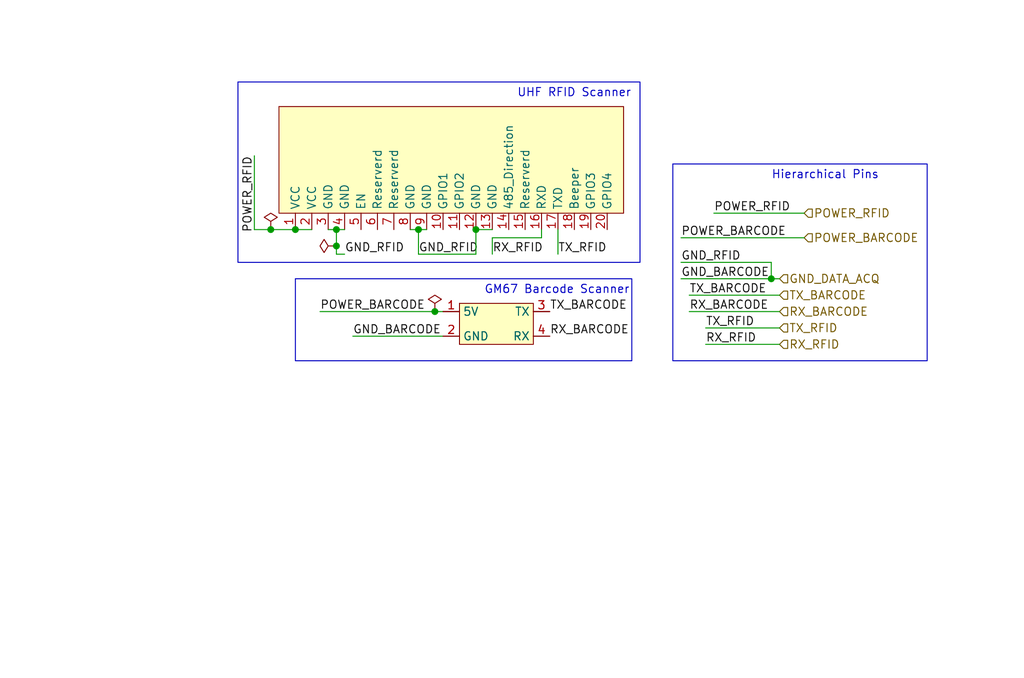
<source format=kicad_sch>
(kicad_sch (version 20230121) (generator eeschema)
  (paper "User" 158.496 105.004)
  (title_block (title "Subsistem Data Acquisition") (date "2024-03-05") (rev "1.5") (company "Institut Teknologi Bandung") (comment 1 "Bostang Palaguna") (comment 2 "Designed By:"))
  (lib_symbols
    (symbol "WMS_components:GM67_Barcode_Scanner"
      (property "Reference" "U" (at 0 5.08 0))
      (symbol "GM67_Barcode_Scanner_1_1"
        (rectangle (start -6.35 3.81) (end 5.08 -2.54) (fill (type background)))
        (pin power_in line (at -8.89 2.54 0) (length 2.54) (name "5V") (number "1"))
        (pin power_in line (at -8.89 -1.27 0) (length 2.54) (name "GND") (number "2"))
        (pin output line (at 7.62 2.54 180) (length 2.54) (name "TX") (number "3"))
        (pin input line (at 7.62 -1.27 180) (length 2.54) (name "RX") (number "4"))
      )
    )
    (symbol "WMS_components:YR903_RFID_module"
      (property "Reference" "U" (at -6.35 30.48 0))
      (symbol "YR903_RFID_module_0_1"
        (rectangle (start -7.62 29.21) (end 8.89 -24.13) (fill (type background)))
      )
      (symbol "YR903_RFID_module_1_1"
        (pin power_out line (at -10.16 26.67 0) (length 2.54) (name "VCC") (number "1"))
        (pin bidirectional line (at -10.16 3.81 0) (length 2.54) (name "GPIO1") (number "10"))
        (pin bidirectional line (at -10.16 1.27 0) (length 2.54) (name "GPIO2") (number "11"))
        (pin power_in line (at -10.16 -1.27 0) (length 2.54) (name "GND") (number "12"))
        (pin power_in line (at -10.16 -3.81 0) (length 2.54) (name "GND") (number "13"))
        (pin power_in line (at -10.16 -6.35 0) (length 2.54) (name "485_Direction") (number "14"))
        (pin bidirectional line (at -10.16 -8.89 0) (length 2.54) (name "Reserverd") (number "15"))
        (pin bidirectional line (at -10.16 -11.43 0) (length 2.54) (name "RXD") (number "16"))
        (pin bidirectional line (at -10.16 -13.97 0) (length 2.54) (name "TXD") (number "17"))
        (pin bidirectional line (at -10.16 -16.51 0) (length 2.54) (name "Beeper") (number "18"))
        (pin bidirectional line (at -10.16 -19.05 0) (length 2.54) (name "GPIO3") (number "19"))
        (pin power_out line (at -10.16 24.13 0) (length 2.54) (name "VCC") (number "2"))
        (pin bidirectional line (at -10.16 -21.59 0) (length 2.54) (name "GPIO4") (number "20"))
        (pin power_in line (at -10.16 21.59 0) (length 2.54) (name "GND") (number "3"))
        (pin power_in line (at -10.16 19.05 0) (length 2.54) (name "GND") (number "4"))
        (pin bidirectional line (at -10.16 16.51 0) (length 2.54) (name "EN") (number "5"))
        (pin bidirectional line (at -10.16 13.97 0) (length 2.54) (name "Reserverd") (number "6"))
        (pin bidirectional line (at -10.16 11.43 0) (length 2.54) (name "Reserverd") (number "7"))
        (pin power_in line (at -10.16 8.89 0) (length 2.54) (name "GND") (number "8"))
        (pin power_in line (at -10.16 6.35 0) (length 2.54) (name "GND") (number "9"))
      )
    )
    (symbol "power:PWR_FLAG" (power) (pin_numbers hide) (pin_names (offset 0) hide)
      (property "Value" "PWR_FLAG" (at 0 3.81 0))
      (symbol "PWR_FLAG_0_0"
        (pin power_out line (at 0 0 90) (length 0) (name "pwr") (number "1"))
      )
      (symbol "PWR_FLAG_0_1"
        (polyline (pts (xy 0 0) (xy 0 1.27) (xy -1.016 1.905) (xy 0 2.54) (xy 1.016 1.905) (xy 0 1.27)))
      )
    )
  )
  (junction (at 52.07 38.1))
  (junction (at 73.66 35.56))
  (junction (at 41.91 35.56))
  (junction (at 45.72 35.56))
  (junction (at 119.38 43.18))
  (junction (at 52.07 35.56))
  (junction (at 64.77 35.56))
  (junction (at 67.31 48.26))
  (wire (pts (xy 64.77 35.56) (xy 66.04 35.56)))
  (wire (pts (xy 110.49 33.02) (xy 124.46 33.02)))
  (wire (pts (xy 106.68 48.26) (xy 120.65 48.26)))
  (wire (pts (xy 52.07 39.37) (xy 52.07 38.1)))
  (wire (pts (xy 105.41 40.64) (xy 119.38 40.64)))
  (wire (pts (xy 109.22 53.34) (xy 120.65 53.34)))
  (wire (pts (xy 41.91 35.56) (xy 45.72 35.56)))
  (wire (pts (xy 76.2 36.83) (xy 83.82 36.83)))
  (wire (pts (xy 76.2 39.37) (xy 76.2 36.83)))
  (wire (pts (xy 73.66 35.56) (xy 73.66 39.37)))
  (wire (pts (xy 105.41 43.18) (xy 119.38 43.18)))
  (wire (pts (xy 39.37 35.56) (xy 41.91 35.56)))
  (wire (pts (xy 53.34 35.56) (xy 52.07 35.56)))
  (wire (pts (xy 67.31 48.26) (xy 68.58 48.26)))
  (wire (pts (xy 106.68 45.72) (xy 120.65 45.72)))
  (wire (pts (xy 73.66 39.37) (xy 64.77 39.37)))
  (wire (pts (xy 53.34 39.37) (xy 52.07 39.37)))
  (wire (pts (xy 86.36 39.37) (xy 86.36 35.56)))
  (wire (pts (xy 83.82 36.83) (xy 83.82 35.56)))
  (wire (pts (xy 52.07 38.1) (xy 52.07 35.56)))
  (wire (pts (xy 76.2 35.56) (xy 73.66 35.56)))
  (wire (pts (xy 119.38 40.64) (xy 119.38 43.18)))
  (wire (pts (xy 105.41 36.83) (xy 124.46 36.83)))
  (wire (pts (xy 49.53 48.26) (xy 67.31 48.26)))
  (wire (pts (xy 52.07 35.56) (xy 50.8 35.56)))
  (wire (pts (xy 64.77 39.37) (xy 64.77 35.56)))
  (wire (pts (xy 54.61 52.07) (xy 68.58 52.07)))
  (wire (pts (xy 63.5 35.56) (xy 64.77 35.56)))
  (wire (pts (xy 48.26 35.56) (xy 45.72 35.56)))
  (wire (pts (xy 39.37 24.13) (xy 39.37 35.56)))
  (wire (pts (xy 109.22 50.8) (xy 120.65 50.8)))
  (wire (pts (xy 119.38 43.18) (xy 120.65 43.18)))
  (rectangle (start 36.83 12.7) (end 99.06 40.64))
  (rectangle (start 45.72 43.18) (end 97.79 55.88))
  (rectangle (start 104.14 25.4) (end 143.51 55.88))
  (text "UHF RFID Scanner" (at 80.01 15.24 0) (effects (font (size 1.27 1.27)) (justify left bottom)))
  (text "Hierarchical Pins" (at 119.38 27.94 0) (effects (font (size 1.27 1.27)) (justify left bottom)))
  (text "GM67 Barcode Scanner" (at 74.93 45.72 0) (effects (font (size 1.27 1.27)) (justify left bottom)))
  (label "TX_RFID" (at 109.22 50.8 0))
  (label "RX_RFID" (at 109.22 53.34 0))
  (label "GND_BARCODE" (at 105.41 43.18 0))
  (label "RX_RFID" (at 76.2 39.37 0))
  (label "TX_RFID" (at 86.36 39.37 0))
  (label "GND_BARCODE" (at 54.61 52.07 0))
  (label "RX_BARCODE" (at 106.68 48.26 0))
  (label "GND_RFID" (at 105.41 40.64 0))
  (label "TX_BARCODE" (at 85.09 48.26 0))
  (label "GND_RFID" (at 64.77 39.37 0))
  (label "RX_BARCODE" (at 85.09 52.07 0))
  (label "POWER_RFID" (at 39.37 24.13 270))
  (label "POWER_BARCODE" (at 49.53 48.26 0))
  (label "POWER_BARCODE" (at 105.41 36.83 0))
  (label "TX_BARCODE" (at 106.68 45.72 0))
  (label "POWER_RFID" (at 110.49 33.02 0))
  (label "GND_RFID" (at 53.34 39.37 0))
  (hierarchical_label "TX_BARCODE" (shape input) (at 120.65 45.72 0))
  (hierarchical_label "RX_BARCODE" (shape input) (at 120.65 48.26 0))
  (hierarchical_label "TX_RFID" (shape input) (at 120.65 50.8 0))
  (hierarchical_label "POWER_BARCODE" (shape input) (at 124.46 36.83 0))
  (hierarchical_label "POWER_RFID" (shape input) (at 124.46 33.02 0))
  (hierarchical_label "GND_DATA_ACQ" (shape input) (at 120.65 43.18 0))
  (hierarchical_label "RX_RFID" (shape input) (at 120.65 53.34 0))
  (symbol (lib_id "WMS_components:GM67_Barcode_Scanner") (at 77.47 50.8 0) (unit 1)
    (property "Reference" "U4" (effects hide))
    (property "Footprint" "WMS_components:GM67_Barcode_Scanner" (effects hide))
  )
  (symbol (lib_id "power:PWR_FLAG") (at 67.31 48.26 0) (unit 1)
    (property "Reference" "#FLG01" (effects hide))
    (property "Value" "PWR_FLAG" (effects hide))
  )
  (symbol (lib_id "power:PWR_FLAG") (at 52.07 38.1 90) (unit 1)
    (property "Reference" "#FLG07" (effects hide))
    (property "Value" "PWR_FLAG" (effects hide))
  )
  (symbol (lib_id "WMS_components:YR903_RFID_module") (at 72.39 25.4 90) (unit 1)
    (property "Reference" "U7" (effects hide))
    (property "Footprint" "WMS_components:YR903_RFID_Scanner_FPC" (effects hide))
  )
  (symbol (lib_id "power:PWR_FLAG") (at 41.91 35.56 0) (unit 1)
    (property "Reference" "#FLG02" (effects hide))
    (property "Value" "PWR_FLAG" (effects hide))
  )
)
</source>
